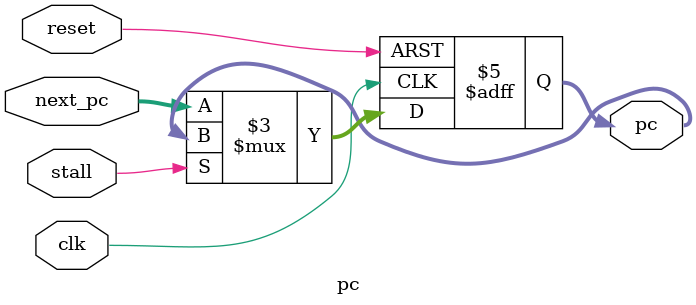
<source format=v>
module pc (
    input  wire        clk,
    input  wire        reset,
    input  wire        stall,      // freeze PC update during hazards
    input  wire [31:0] next_pc,    // next PC value from fetch/branch logic
    output reg  [31:0] pc          // current program counter
);

    // ---------------------------------------------------------
    // Program Counter
    // ---------------------------------------------------------
    // Reset sets PC to 0.
    // On each cycle, PC updates to next_pc unless a stall is active.
    // Stalling is used for load-use hazards to prevent the pipeline
    // from fetching the wrong instruction.
    // ---------------------------------------------------------
    always @(posedge clk or posedge reset) begin
        if (reset) begin
            pc <= 32'b0;          // start execution at address 0
        end 
        else if (!stall) begin
            pc <= next_pc;        // normal sequential or branch update
        end
        // If stall == 1, PC holds its value (no assignment)
    end

endmodule

</source>
